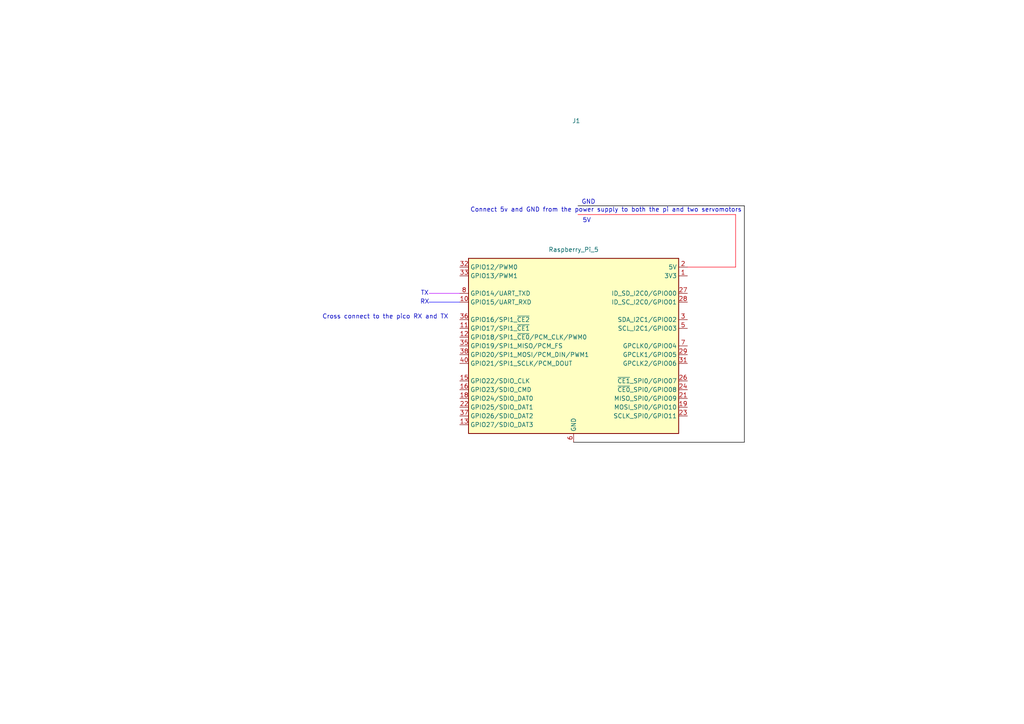
<source format=kicad_sch>
(kicad_sch (version 20250114) (generator "eeschema") (generator_version "9.0")
  (paper "A4")
  (lib_symbols
    (symbol "Connector:Raspberry_Pi_4"
      (property "Reference" "J" (at -17.526 48.768 0))
      (property "Value" "Raspberry_Pi_4" (at 15.748 -26.416 0))
      (symbol "Raspberry_Pi_4_0_1"
        (rectangle (start -30.48 25.4) (end 30.48 -25.4) (stroke (width 0.254)) (fill (type background)))
      )
      (symbol "Raspberry_Pi_4_1_1"
        (pin bidirectional line (at -33.02 22.86 0) (length 2.54) (name "GPIO12/PWM0") (number "32"))
        (pin bidirectional line (at -33.02 20.32 0) (length 2.54) (name "GPIO13/PWM1") (number "33"))
        (pin bidirectional line (at -33.02 15.24 0) (length 2.54) (name "GPIO14/UART_TXD") (number "8"))
        (pin bidirectional line (at -33.02 12.7 0) (length 2.54) (name "GPIO15/UART_RXD") (number "10"))
        (pin bidirectional line (at -33.02 7.62 0) (length 2.54) (name "GPIO16/SPI1_~{CE2}") (number "36"))
        (pin bidirectional line (at -33.02 5.08 0) (length 2.54) (name "GPIO17/SPI1_~{CE1}") (number "11"))
        (pin bidirectional line (at -33.02 2.54 0) (length 2.54) (name "GPIO18/SPI1_~{CE0}/PCM_CLK/PWM0") (number "12"))
        (pin bidirectional line (at -33.02 0 0) (length 2.54) (name "GPIO19/SPI1_MISO/PCM_FS") (number "35"))
        (pin bidirectional line (at -33.02 -2.54 0) (length 2.54) (name "GPIO20/SPI1_MOSI/PCM_DIN/PWM1") (number "38"))
        (pin bidirectional line (at -33.02 -5.08 0) (length 2.54) (name "GPIO21/SPI1_SCLK/PCM_DOUT") (number "40"))
        (pin bidirectional line (at -33.02 -10.16 0) (length 2.54) (name "GPIO22/SDIO_CLK") (number "15"))
        (pin bidirectional line (at -33.02 -12.7 0) (length 2.54) (name "GPIO23/SDIO_CMD") (number "16"))
        (pin bidirectional line (at -33.02 -15.24 0) (length 2.54) (name "GPIO24/SDIO_DAT0") (number "18"))
        (pin bidirectional line (at -33.02 -17.78 0) (length 2.54) (name "GPIO25/SDIO_DAT1") (number "22"))
        (pin bidirectional line (at -33.02 -20.32 0) (length 2.54) (name "GPIO26/SDIO_DAT2") (number "37"))
        (pin bidirectional line (at -33.02 -22.86 0) (length 2.54) (name "GPIO27/SDIO_DAT3") (number "13"))
        (pin passive line (at 0 -27.94 90) (length 2.54) (hide yes) (name "GND") (number "14"))
        (pin passive line (at 0 -27.94 90) (length 2.54) (hide yes) (name "GND") (number "20"))
        (pin passive line (at 0 -27.94 90) (length 2.54) (hide yes) (name "GND") (number "25"))
        (pin passive line (at 0 -27.94 90) (length 2.54) (hide yes) (name "GND") (number "30"))
        (pin passive line (at 0 -27.94 90) (length 2.54) (hide yes) (name "GND") (number "34"))
        (pin passive line (at 0 -27.94 90) (length 2.54) (hide yes) (name "GND") (number "39"))
        (pin power_out line (at 0 -27.94 90) (length 2.54) (name "GND") (number "6"))
        (pin passive line (at 0 -27.94 90) (length 2.54) (hide yes) (name "GND") (number "9"))
        (pin power_out line (at 33.02 22.86 180) (length 2.54) (name "5V") (number "2"))
        (pin passive line (at 33.02 22.86 180) (length 2.54) (hide yes) (name "5V") (number "4"))
        (pin power_out line (at 33.02 20.32 180) (length 2.54) (name "3V3") (number "1"))
        (pin passive line (at 33.02 20.32 180) (length 2.54) (hide yes) (name "3V3") (number "17"))
        (pin bidirectional line (at 33.02 15.24 180) (length 2.54) (name "ID_SD_I2C0/GPIO00") (number "27"))
        (pin bidirectional line (at 33.02 12.7 180) (length 2.54) (name "ID_SC_I2C0/GPIO01") (number "28"))
        (pin bidirectional line (at 33.02 7.62 180) (length 2.54) (name "SDA_I2C1/GPIO02") (number "3"))
        (pin bidirectional line (at 33.02 5.08 180) (length 2.54) (name "SCL_I2C1/GPIO03") (number "5"))
        (pin bidirectional line (at 33.02 0 180) (length 2.54) (name "GPCLK0/GPIO04") (number "7"))
        (pin bidirectional line (at 33.02 -2.54 180) (length 2.54) (name "GPCLK1/GPIO05") (number "29"))
        (pin bidirectional line (at 33.02 -5.08 180) (length 2.54) (name "GPCLK2/GPIO06") (number "31"))
        (pin bidirectional line (at 33.02 -10.16 180) (length 2.54) (name "~{CE1}_SPI0/GPIO07") (number "26"))
        (pin bidirectional line (at 33.02 -12.7 180) (length 2.54) (name "~{CE0}_SPI0/GPIO08") (number "24"))
        (pin bidirectional line (at 33.02 -15.24 180) (length 2.54) (name "MISO_SPI0/GPIO09") (number "21"))
        (pin bidirectional line (at 33.02 -17.78 180) (length 2.54) (name "MOSI_SPI0/GPIO10") (number "19"))
        (pin bidirectional line (at 33.02 -20.32 180) (length 2.54) (name "SCLK_SPI0/GPIO11") (number "23"))
      )
    )
  )
  (text "TX" (at 123.19 85.09 0) (effects (font (size 1.27 1.27))))
  (text "5V\n" (at 170.18 64.008 0) (effects (font (size 1.27 1.27))))
  (text "Cross connect to the pico RX and TX\n" (at 111.76 91.948 0) (effects (font (size 1.27 1.27))))
  (text "GND\n" (at 170.688 58.674 0) (effects (font (size 1.27 1.27))))
  (text "RX\n" (at 123.19 87.63 0) (effects (font (size 1.27 1.27))))
  (text "Connect 5v and GND from the power supply to both the pi and two servomotors\n" (at 175.768 60.96 0) (effects (font (size 1.27 1.27))))
  (wire (pts (xy 167.64 59.69) (xy 215.9 59.69)) (stroke (width 0) (color 0 0 0 1)))
  (wire (pts (xy 215.9 128.27) (xy 215.9 59.69)) (stroke (width 0) (color 0 0 0 1)))
  (wire (pts (xy 213.36 62.23) (xy 167.64 62.23)) (stroke (width 0) (color 255 0 18 1)))
  (wire (pts (xy 166.37 128.27) (xy 215.9 128.27)) (stroke (width 0) (color 0 0 0 1)))
  (wire (pts (xy 124.46 85.09) (xy 133.35 85.09)) (stroke (width 0) (color 182 0 255 1)))
  (wire (pts (xy 199.39 77.47) (xy 213.36 77.47)) (stroke (width 0) (color 255 0 22 1)))
  (wire (pts (xy 124.46 87.63) (xy 133.35 87.63)) (stroke (width 0) (color 21 11 255 1)))
  (wire (pts (xy 213.36 77.47) (xy 213.36 62.23)) (stroke (width 0) (color 255 0 22 1)))
  (symbol (lib_id "Connector:Raspberry_Pi_4") (at 166.37 100.33 0) (unit 1)
    (property "Reference" "J1" (at 167.132 35.052 0))
    (property "Value" "Raspberry_Pi_5" (at 166.37 72.39 0))
    (property "Datasheet" "https://datasheets.raspberrypi.com/rpi4/raspberry-pi-4-datasheet.pdf" (effects (hide yes)))
    (property "Description" "Raspberry Pi 4 Model B" (effects (hide yes)))
  )
)
</source>
